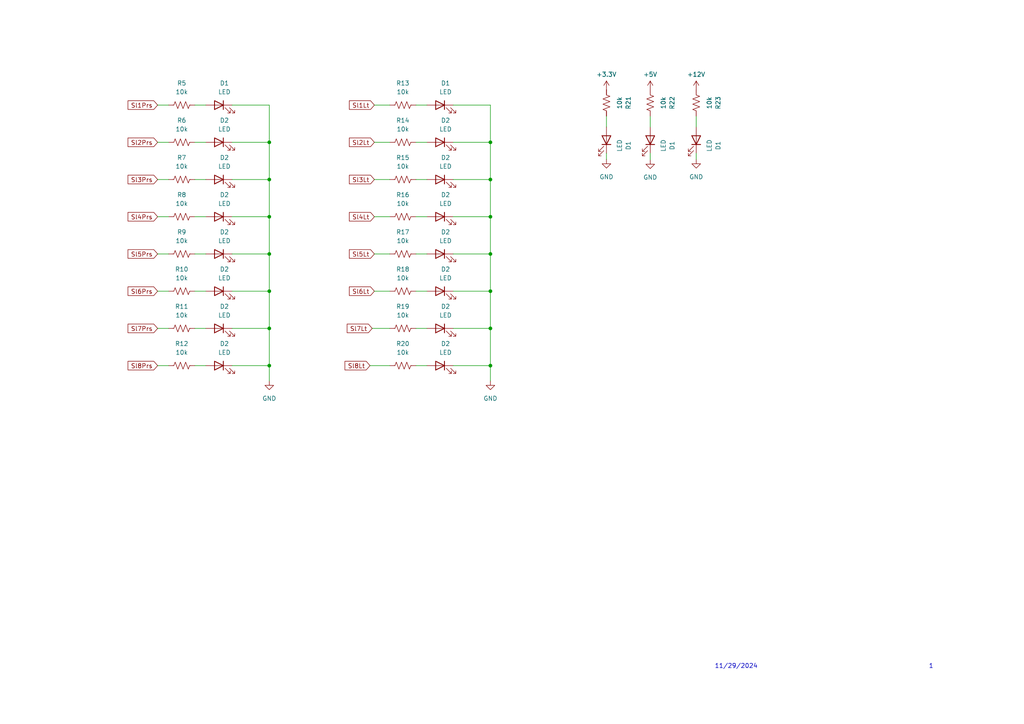
<source format=kicad_sch>
(kicad_sch (version 20230121) (generator eeschema)

  (uuid bec0cff2-031f-4518-b55a-2e22b6ca6124)

  (paper "A4")

  (lib_symbols
    (symbol "Device:LED" (pin_numbers hide) (pin_names (offset 1.016) hide) (in_bom yes) (on_board yes)
      (property "Reference" "D" (at 0 2.54 0)
        (effects (font (size 1.27 1.27)))
      )
      (property "Value" "LED" (at 0 -2.54 0)
        (effects (font (size 1.27 1.27)))
      )
      (property "Footprint" "" (at 0 0 0)
        (effects (font (size 1.27 1.27)) hide)
      )
      (property "Datasheet" "~" (at 0 0 0)
        (effects (font (size 1.27 1.27)) hide)
      )
      (property "ki_keywords" "LED diode" (at 0 0 0)
        (effects (font (size 1.27 1.27)) hide)
      )
      (property "ki_description" "Light emitting diode" (at 0 0 0)
        (effects (font (size 1.27 1.27)) hide)
      )
      (property "ki_fp_filters" "LED* LED_SMD:* LED_THT:*" (at 0 0 0)
        (effects (font (size 1.27 1.27)) hide)
      )
      (symbol "LED_0_1"
        (polyline
          (pts
            (xy -1.27 -1.27)
            (xy -1.27 1.27)
          )
          (stroke (width 0.254) (type default))
          (fill (type none))
        )
        (polyline
          (pts
            (xy -1.27 0)
            (xy 1.27 0)
          )
          (stroke (width 0) (type default))
          (fill (type none))
        )
        (polyline
          (pts
            (xy 1.27 -1.27)
            (xy 1.27 1.27)
            (xy -1.27 0)
            (xy 1.27 -1.27)
          )
          (stroke (width 0.254) (type default))
          (fill (type none))
        )
        (polyline
          (pts
            (xy -3.048 -0.762)
            (xy -4.572 -2.286)
            (xy -3.81 -2.286)
            (xy -4.572 -2.286)
            (xy -4.572 -1.524)
          )
          (stroke (width 0) (type default))
          (fill (type none))
        )
        (polyline
          (pts
            (xy -1.778 -0.762)
            (xy -3.302 -2.286)
            (xy -2.54 -2.286)
            (xy -3.302 -2.286)
            (xy -3.302 -1.524)
          )
          (stroke (width 0) (type default))
          (fill (type none))
        )
      )
      (symbol "LED_1_1"
        (pin passive line (at -3.81 0 0) (length 2.54)
          (name "K" (effects (font (size 1.27 1.27))))
          (number "1" (effects (font (size 1.27 1.27))))
        )
        (pin passive line (at 3.81 0 180) (length 2.54)
          (name "A" (effects (font (size 1.27 1.27))))
          (number "2" (effects (font (size 1.27 1.27))))
        )
      )
    )
    (symbol "Device:R_US" (pin_numbers hide) (pin_names (offset 0)) (in_bom yes) (on_board yes)
      (property "Reference" "R" (at 2.54 0 90)
        (effects (font (size 1.27 1.27)))
      )
      (property "Value" "R_US" (at -2.54 0 90)
        (effects (font (size 1.27 1.27)))
      )
      (property "Footprint" "" (at 1.016 -0.254 90)
        (effects (font (size 1.27 1.27)) hide)
      )
      (property "Datasheet" "~" (at 0 0 0)
        (effects (font (size 1.27 1.27)) hide)
      )
      (property "ki_keywords" "R res resistor" (at 0 0 0)
        (effects (font (size 1.27 1.27)) hide)
      )
      (property "ki_description" "Resistor, US symbol" (at 0 0 0)
        (effects (font (size 1.27 1.27)) hide)
      )
      (property "ki_fp_filters" "R_*" (at 0 0 0)
        (effects (font (size 1.27 1.27)) hide)
      )
      (symbol "R_US_0_1"
        (polyline
          (pts
            (xy 0 -2.286)
            (xy 0 -2.54)
          )
          (stroke (width 0) (type default))
          (fill (type none))
        )
        (polyline
          (pts
            (xy 0 2.286)
            (xy 0 2.54)
          )
          (stroke (width 0) (type default))
          (fill (type none))
        )
        (polyline
          (pts
            (xy 0 -0.762)
            (xy 1.016 -1.143)
            (xy 0 -1.524)
            (xy -1.016 -1.905)
            (xy 0 -2.286)
          )
          (stroke (width 0) (type default))
          (fill (type none))
        )
        (polyline
          (pts
            (xy 0 0.762)
            (xy 1.016 0.381)
            (xy 0 0)
            (xy -1.016 -0.381)
            (xy 0 -0.762)
          )
          (stroke (width 0) (type default))
          (fill (type none))
        )
        (polyline
          (pts
            (xy 0 2.286)
            (xy 1.016 1.905)
            (xy 0 1.524)
            (xy -1.016 1.143)
            (xy 0 0.762)
          )
          (stroke (width 0) (type default))
          (fill (type none))
        )
      )
      (symbol "R_US_1_1"
        (pin passive line (at 0 3.81 270) (length 1.27)
          (name "~" (effects (font (size 1.27 1.27))))
          (number "1" (effects (font (size 1.27 1.27))))
        )
        (pin passive line (at 0 -3.81 90) (length 1.27)
          (name "~" (effects (font (size 1.27 1.27))))
          (number "2" (effects (font (size 1.27 1.27))))
        )
      )
    )
    (symbol "power:+12V" (power) (pin_names (offset 0)) (in_bom yes) (on_board yes)
      (property "Reference" "#PWR" (at 0 -3.81 0)
        (effects (font (size 1.27 1.27)) hide)
      )
      (property "Value" "+12V" (at 0 3.556 0)
        (effects (font (size 1.27 1.27)))
      )
      (property "Footprint" "" (at 0 0 0)
        (effects (font (size 1.27 1.27)) hide)
      )
      (property "Datasheet" "" (at 0 0 0)
        (effects (font (size 1.27 1.27)) hide)
      )
      (property "ki_keywords" "global power" (at 0 0 0)
        (effects (font (size 1.27 1.27)) hide)
      )
      (property "ki_description" "Power symbol creates a global label with name \"+12V\"" (at 0 0 0)
        (effects (font (size 1.27 1.27)) hide)
      )
      (symbol "+12V_0_1"
        (polyline
          (pts
            (xy -0.762 1.27)
            (xy 0 2.54)
          )
          (stroke (width 0) (type default))
          (fill (type none))
        )
        (polyline
          (pts
            (xy 0 0)
            (xy 0 2.54)
          )
          (stroke (width 0) (type default))
          (fill (type none))
        )
        (polyline
          (pts
            (xy 0 2.54)
            (xy 0.762 1.27)
          )
          (stroke (width 0) (type default))
          (fill (type none))
        )
      )
      (symbol "+12V_1_1"
        (pin power_in line (at 0 0 90) (length 0) hide
          (name "+12V" (effects (font (size 1.27 1.27))))
          (number "1" (effects (font (size 1.27 1.27))))
        )
      )
    )
    (symbol "power:+3.3V" (power) (pin_names (offset 0)) (in_bom yes) (on_board yes)
      (property "Reference" "#PWR" (at 0 -3.81 0)
        (effects (font (size 1.27 1.27)) hide)
      )
      (property "Value" "+3.3V" (at 0 3.556 0)
        (effects (font (size 1.27 1.27)))
      )
      (property "Footprint" "" (at 0 0 0)
        (effects (font (size 1.27 1.27)) hide)
      )
      (property "Datasheet" "" (at 0 0 0)
        (effects (font (size 1.27 1.27)) hide)
      )
      (property "ki_keywords" "global power" (at 0 0 0)
        (effects (font (size 1.27 1.27)) hide)
      )
      (property "ki_description" "Power symbol creates a global label with name \"+3.3V\"" (at 0 0 0)
        (effects (font (size 1.27 1.27)) hide)
      )
      (symbol "+3.3V_0_1"
        (polyline
          (pts
            (xy -0.762 1.27)
            (xy 0 2.54)
          )
          (stroke (width 0) (type default))
          (fill (type none))
        )
        (polyline
          (pts
            (xy 0 0)
            (xy 0 2.54)
          )
          (stroke (width 0) (type default))
          (fill (type none))
        )
        (polyline
          (pts
            (xy 0 2.54)
            (xy 0.762 1.27)
          )
          (stroke (width 0) (type default))
          (fill (type none))
        )
      )
      (symbol "+3.3V_1_1"
        (pin power_in line (at 0 0 90) (length 0) hide
          (name "+3.3V" (effects (font (size 1.27 1.27))))
          (number "1" (effects (font (size 1.27 1.27))))
        )
      )
    )
    (symbol "power:+5V" (power) (pin_names (offset 0)) (in_bom yes) (on_board yes)
      (property "Reference" "#PWR" (at 0 -3.81 0)
        (effects (font (size 1.27 1.27)) hide)
      )
      (property "Value" "+5V" (at 0 3.556 0)
        (effects (font (size 1.27 1.27)))
      )
      (property "Footprint" "" (at 0 0 0)
        (effects (font (size 1.27 1.27)) hide)
      )
      (property "Datasheet" "" (at 0 0 0)
        (effects (font (size 1.27 1.27)) hide)
      )
      (property "ki_keywords" "global power" (at 0 0 0)
        (effects (font (size 1.27 1.27)) hide)
      )
      (property "ki_description" "Power symbol creates a global label with name \"+5V\"" (at 0 0 0)
        (effects (font (size 1.27 1.27)) hide)
      )
      (symbol "+5V_0_1"
        (polyline
          (pts
            (xy -0.762 1.27)
            (xy 0 2.54)
          )
          (stroke (width 0) (type default))
          (fill (type none))
        )
        (polyline
          (pts
            (xy 0 0)
            (xy 0 2.54)
          )
          (stroke (width 0) (type default))
          (fill (type none))
        )
        (polyline
          (pts
            (xy 0 2.54)
            (xy 0.762 1.27)
          )
          (stroke (width 0) (type default))
          (fill (type none))
        )
      )
      (symbol "+5V_1_1"
        (pin power_in line (at 0 0 90) (length 0) hide
          (name "+5V" (effects (font (size 1.27 1.27))))
          (number "1" (effects (font (size 1.27 1.27))))
        )
      )
    )
    (symbol "power:GND" (power) (pin_names (offset 0)) (in_bom yes) (on_board yes)
      (property "Reference" "#PWR" (at 0 -6.35 0)
        (effects (font (size 1.27 1.27)) hide)
      )
      (property "Value" "GND" (at 0 -3.81 0)
        (effects (font (size 1.27 1.27)))
      )
      (property "Footprint" "" (at 0 0 0)
        (effects (font (size 1.27 1.27)) hide)
      )
      (property "Datasheet" "" (at 0 0 0)
        (effects (font (size 1.27 1.27)) hide)
      )
      (property "ki_keywords" "global power" (at 0 0 0)
        (effects (font (size 1.27 1.27)) hide)
      )
      (property "ki_description" "Power symbol creates a global label with name \"GND\" , ground" (at 0 0 0)
        (effects (font (size 1.27 1.27)) hide)
      )
      (symbol "GND_0_1"
        (polyline
          (pts
            (xy 0 0)
            (xy 0 -1.27)
            (xy 1.27 -1.27)
            (xy 0 -2.54)
            (xy -1.27 -1.27)
            (xy 0 -1.27)
          )
          (stroke (width 0) (type default))
          (fill (type none))
        )
      )
      (symbol "GND_1_1"
        (pin power_in line (at 0 0 270) (length 0) hide
          (name "GND" (effects (font (size 1.27 1.27))))
          (number "1" (effects (font (size 1.27 1.27))))
        )
      )
    )
  )

  (junction (at 142.24 62.865) (diameter 0) (color 0 0 0 0)
    (uuid 08ae7f11-ae18-4d6f-aa65-8462da611f7a)
  )
  (junction (at 142.24 84.455) (diameter 0) (color 0 0 0 0)
    (uuid 1aa6404b-4656-441e-ac96-555f956723b8)
  )
  (junction (at 142.24 41.275) (diameter 0) (color 0 0 0 0)
    (uuid 1c392ba4-24ee-47a2-8315-5351f406930a)
  )
  (junction (at 78.105 73.66) (diameter 0) (color 0 0 0 0)
    (uuid 36fbe118-08af-4161-a3e5-dc49f455befe)
  )
  (junction (at 78.105 41.275) (diameter 0) (color 0 0 0 0)
    (uuid 409bac9e-c2d8-4466-85f8-15b4091c44a1)
  )
  (junction (at 78.105 62.865) (diameter 0) (color 0 0 0 0)
    (uuid 5666ec27-a8cb-4a19-b805-796377205ff6)
  )
  (junction (at 78.105 106.045) (diameter 0) (color 0 0 0 0)
    (uuid 64e0e5a2-0cff-4129-be58-85f3afe67167)
  )
  (junction (at 78.105 84.455) (diameter 0) (color 0 0 0 0)
    (uuid 717bbfab-38ca-42b2-b4d3-d458965b358e)
  )
  (junction (at 142.24 95.25) (diameter 0) (color 0 0 0 0)
    (uuid 790c6acc-f85d-4097-a936-733ef500cae2)
  )
  (junction (at 142.24 73.66) (diameter 0) (color 0 0 0 0)
    (uuid 9809141b-4598-4a79-9305-8663752795b3)
  )
  (junction (at 78.105 52.07) (diameter 0) (color 0 0 0 0)
    (uuid ab2b6275-f10f-4152-b3b6-2177ffb2e242)
  )
  (junction (at 142.24 52.07) (diameter 0) (color 0 0 0 0)
    (uuid bc455b91-ec03-413c-b8c1-d3ca9f10c58c)
  )
  (junction (at 78.105 95.25) (diameter 0) (color 0 0 0 0)
    (uuid bd712aff-1810-41bd-bf2a-0af9200596bb)
  )
  (junction (at 142.24 106.045) (diameter 0) (color 0 0 0 0)
    (uuid f62f8aed-5bf9-4a17-907f-43f6ca0afc36)
  )

  (wire (pts (xy 45.72 30.48) (xy 48.895 30.48))
    (stroke (width 0) (type default))
    (uuid 0097d231-5495-4e99-81b9-50088fcf27e2)
  )
  (wire (pts (xy 142.24 41.275) (xy 142.24 52.07))
    (stroke (width 0) (type default))
    (uuid 07ae2988-8b1f-459c-b809-6eb70f8e3ea7)
  )
  (wire (pts (xy 56.515 106.045) (xy 59.69 106.045))
    (stroke (width 0) (type default))
    (uuid 0b163f11-ed45-4d9a-acde-4da46d693a8a)
  )
  (wire (pts (xy 175.895 46.228) (xy 175.895 44.45))
    (stroke (width 0) (type default))
    (uuid 0da7a7f0-43fb-4344-86a4-7b7c3dfc159f)
  )
  (wire (pts (xy 56.515 73.66) (xy 59.69 73.66))
    (stroke (width 0) (type default))
    (uuid 0e7e66c2-f37e-4cb5-a594-fe234ef0fbe4)
  )
  (wire (pts (xy 120.65 73.66) (xy 123.825 73.66))
    (stroke (width 0) (type default))
    (uuid 124335e1-8504-4a33-9a57-f01bbceb60b7)
  )
  (wire (pts (xy 131.445 52.07) (xy 142.24 52.07))
    (stroke (width 0) (type default))
    (uuid 14c24e18-fade-42aa-9df9-575a3a9dfe21)
  )
  (wire (pts (xy 142.24 84.455) (xy 142.24 95.25))
    (stroke (width 0) (type default))
    (uuid 183c2e3d-0c00-49a0-bb62-5f177fef2e57)
  )
  (wire (pts (xy 108.585 84.455) (xy 113.03 84.455))
    (stroke (width 0) (type default))
    (uuid 192b1bca-8dfa-4065-bb19-3b2690cc3dea)
  )
  (wire (pts (xy 108.585 73.66) (xy 113.03 73.66))
    (stroke (width 0) (type default))
    (uuid 2632ddb7-3bae-40b0-94ac-0c4fc45010ec)
  )
  (wire (pts (xy 67.31 52.07) (xy 78.105 52.07))
    (stroke (width 0) (type default))
    (uuid 2686d484-988e-4d0c-b3a0-b03528766d78)
  )
  (wire (pts (xy 78.105 84.455) (xy 78.105 95.25))
    (stroke (width 0) (type default))
    (uuid 2bb3025b-7b30-4540-a6ac-f736fa49ad62)
  )
  (wire (pts (xy 131.445 30.48) (xy 142.24 30.48))
    (stroke (width 0) (type default))
    (uuid 2cc17c2c-514a-4db8-827e-ca5d979a31bb)
  )
  (wire (pts (xy 56.515 95.25) (xy 59.69 95.25))
    (stroke (width 0) (type default))
    (uuid 2f6bbe9f-5faf-4de3-85eb-3ab6e2ff1b6f)
  )
  (wire (pts (xy 45.72 106.045) (xy 48.895 106.045))
    (stroke (width 0) (type default))
    (uuid 306d5dbd-b4ad-484f-9faa-833e1f5c61eb)
  )
  (wire (pts (xy 120.65 62.865) (xy 123.825 62.865))
    (stroke (width 0) (type default))
    (uuid 3395b773-8f9e-4bfd-8e22-66848d00e6b0)
  )
  (wire (pts (xy 108.585 62.865) (xy 113.03 62.865))
    (stroke (width 0) (type default))
    (uuid 342b2420-00c4-4d11-9726-f987a3c6a768)
  )
  (wire (pts (xy 108.585 30.48) (xy 113.03 30.48))
    (stroke (width 0) (type default))
    (uuid 38439ef3-6569-4000-9bed-802e2f520a77)
  )
  (wire (pts (xy 131.445 73.66) (xy 142.24 73.66))
    (stroke (width 0) (type default))
    (uuid 39a1067e-1828-4389-9ce5-c758917de394)
  )
  (wire (pts (xy 142.24 30.48) (xy 142.24 41.275))
    (stroke (width 0) (type default))
    (uuid 3a354c92-5d53-4cec-8c07-572a249bcebe)
  )
  (wire (pts (xy 45.72 52.07) (xy 48.895 52.07))
    (stroke (width 0) (type default))
    (uuid 3b922fd1-4ead-4da7-9fc7-dc1efcfc122a)
  )
  (wire (pts (xy 67.31 106.045) (xy 78.105 106.045))
    (stroke (width 0) (type default))
    (uuid 40b448ad-0ec1-4fd2-9c54-5c89f339c34b)
  )
  (wire (pts (xy 120.65 95.25) (xy 123.825 95.25))
    (stroke (width 0) (type default))
    (uuid 444342bc-a738-440f-95b5-439ec82015ed)
  )
  (wire (pts (xy 131.445 106.045) (xy 142.24 106.045))
    (stroke (width 0) (type default))
    (uuid 44b52412-0afd-4204-b59e-f648d2e131b6)
  )
  (wire (pts (xy 45.72 73.66) (xy 48.895 73.66))
    (stroke (width 0) (type default))
    (uuid 47d5041f-6e73-40c1-b0ba-8fe0afe1371a)
  )
  (wire (pts (xy 78.105 73.66) (xy 78.105 84.455))
    (stroke (width 0) (type default))
    (uuid 4ad6e1e9-23b2-4c56-9bb1-8402c73f8d24)
  )
  (wire (pts (xy 67.31 73.66) (xy 78.105 73.66))
    (stroke (width 0) (type default))
    (uuid 4c07033d-1f6c-4f43-97a2-49aa228c23d6)
  )
  (wire (pts (xy 120.65 41.275) (xy 123.825 41.275))
    (stroke (width 0) (type default))
    (uuid 4d7f28e6-d9b8-4c9f-89cb-06bba698a343)
  )
  (wire (pts (xy 45.72 62.865) (xy 48.895 62.865))
    (stroke (width 0) (type default))
    (uuid 4f25cefa-03c2-4d5f-baf2-eda2917bf2ae)
  )
  (wire (pts (xy 56.515 52.07) (xy 59.69 52.07))
    (stroke (width 0) (type default))
    (uuid 50e6ec9c-ebf3-4711-80bc-fafcf3cd4d3d)
  )
  (wire (pts (xy 120.65 84.455) (xy 123.825 84.455))
    (stroke (width 0) (type default))
    (uuid 51672c3a-53d5-4ff2-918a-fb8b89b0f65c)
  )
  (wire (pts (xy 120.65 30.48) (xy 123.825 30.48))
    (stroke (width 0) (type default))
    (uuid 53ea546a-78fc-4be2-a4d3-818493f1d91f)
  )
  (wire (pts (xy 78.105 52.07) (xy 78.105 62.865))
    (stroke (width 0) (type default))
    (uuid 5501a5ac-aeb8-4a90-99ab-652d74eab87c)
  )
  (wire (pts (xy 142.24 106.045) (xy 142.24 110.49))
    (stroke (width 0) (type default))
    (uuid 5e32b152-e65b-4214-93ca-f2539cdf47a0)
  )
  (wire (pts (xy 78.105 41.275) (xy 78.105 52.07))
    (stroke (width 0) (type default))
    (uuid 5e953a5a-5052-46d5-b51b-bfa134246806)
  )
  (wire (pts (xy 45.72 95.25) (xy 48.895 95.25))
    (stroke (width 0) (type default))
    (uuid 62196035-0730-48d9-8874-86f8c2a52b77)
  )
  (wire (pts (xy 67.31 84.455) (xy 78.105 84.455))
    (stroke (width 0) (type default))
    (uuid 642328b4-e410-4806-a330-87fe6c4493bb)
  )
  (wire (pts (xy 56.515 84.455) (xy 59.69 84.455))
    (stroke (width 0) (type default))
    (uuid 67234fd9-a056-415d-83e0-0efd3113984b)
  )
  (wire (pts (xy 45.72 41.275) (xy 48.895 41.275))
    (stroke (width 0) (type default))
    (uuid 7999f60d-863e-4ed9-96bc-2a5f7c84e20f)
  )
  (wire (pts (xy 108.585 41.275) (xy 113.03 41.275))
    (stroke (width 0) (type default))
    (uuid 7f168257-c049-47f2-8da9-bc8e911983f2)
  )
  (wire (pts (xy 107.315 106.045) (xy 113.03 106.045))
    (stroke (width 0) (type default))
    (uuid 83abb2bc-23e6-4737-9db5-71dd56aac574)
  )
  (wire (pts (xy 142.24 62.865) (xy 142.24 73.66))
    (stroke (width 0) (type default))
    (uuid 84da2cd7-0d7f-4bb3-a5b4-77d4cbbf4e7a)
  )
  (wire (pts (xy 45.72 84.455) (xy 48.895 84.455))
    (stroke (width 0) (type default))
    (uuid 8d97f46d-eb05-42b2-aee6-ee98d9637a83)
  )
  (wire (pts (xy 78.105 30.48) (xy 78.105 41.275))
    (stroke (width 0) (type default))
    (uuid 8ff3e029-3118-43c1-a8c1-a0bfe275eaf2)
  )
  (wire (pts (xy 142.24 95.25) (xy 142.24 106.045))
    (stroke (width 0) (type default))
    (uuid 9351bde6-7e22-464c-a536-47115753501f)
  )
  (wire (pts (xy 108.585 52.07) (xy 113.03 52.07))
    (stroke (width 0) (type default))
    (uuid 95698566-d07e-482e-b7ea-d0551be017e4)
  )
  (wire (pts (xy 142.24 73.66) (xy 142.24 84.455))
    (stroke (width 0) (type default))
    (uuid 97059276-4fe9-4cfc-81f6-70ece476d7aa)
  )
  (wire (pts (xy 56.515 41.275) (xy 59.69 41.275))
    (stroke (width 0) (type default))
    (uuid 9ca907ef-e98e-4e92-9fc7-6bd68808572f)
  )
  (wire (pts (xy 131.445 95.25) (xy 142.24 95.25))
    (stroke (width 0) (type default))
    (uuid a1e71c99-4138-40cb-8703-5a488750a95b)
  )
  (wire (pts (xy 56.515 30.48) (xy 59.69 30.48))
    (stroke (width 0) (type default))
    (uuid acb2c12c-9c6e-4471-a7dd-ead192166d9d)
  )
  (wire (pts (xy 107.95 95.25) (xy 113.03 95.25))
    (stroke (width 0) (type default))
    (uuid ae2cebad-09cf-4cd7-8c5d-beea0d268178)
  )
  (wire (pts (xy 78.105 62.865) (xy 78.105 73.66))
    (stroke (width 0) (type default))
    (uuid b3be98c1-ad5d-4f9a-9f18-2c0ee904feff)
  )
  (wire (pts (xy 131.445 84.455) (xy 142.24 84.455))
    (stroke (width 0) (type default))
    (uuid b785a7bc-b7b6-4258-96f7-039a399a5654)
  )
  (wire (pts (xy 78.105 106.045) (xy 78.105 110.49))
    (stroke (width 0) (type default))
    (uuid b7b1e561-4972-4a92-9a23-a5e96ef2e876)
  )
  (wire (pts (xy 67.31 62.865) (xy 78.105 62.865))
    (stroke (width 0) (type default))
    (uuid c311f9a5-320a-4598-a46d-ff2d506c1725)
  )
  (wire (pts (xy 56.515 62.865) (xy 59.69 62.865))
    (stroke (width 0) (type default))
    (uuid c56b715c-1594-413b-80c8-35c1c2f06693)
  )
  (wire (pts (xy 120.65 106.045) (xy 123.825 106.045))
    (stroke (width 0) (type default))
    (uuid ca086dc8-e78a-430f-9354-f574e70c5fa5)
  )
  (wire (pts (xy 131.445 62.865) (xy 142.24 62.865))
    (stroke (width 0) (type default))
    (uuid ca6083d2-b709-47ac-ac7e-fbf31a8ca402)
  )
  (wire (pts (xy 120.65 52.07) (xy 123.825 52.07))
    (stroke (width 0) (type default))
    (uuid cafb0b85-3689-4bfe-a596-7a138ba4abd6)
  )
  (wire (pts (xy 67.31 41.275) (xy 78.105 41.275))
    (stroke (width 0) (type default))
    (uuid cf5bfdaf-2fd4-4cc4-aec0-1b540b9bd34b)
  )
  (wire (pts (xy 188.595 33.655) (xy 188.595 36.83))
    (stroke (width 0) (type default))
    (uuid d1380647-5aac-4bd7-b2f7-65d946c02dc6)
  )
  (wire (pts (xy 142.24 52.07) (xy 142.24 62.865))
    (stroke (width 0) (type default))
    (uuid d53ab84e-ac72-41b0-b013-83a1ef9db881)
  )
  (wire (pts (xy 188.595 44.45) (xy 188.595 46.355))
    (stroke (width 0) (type default))
    (uuid dac55854-5498-4aae-9467-687f87cab325)
  )
  (wire (pts (xy 131.445 41.275) (xy 142.24 41.275))
    (stroke (width 0) (type default))
    (uuid dc005fa7-5bfd-41f1-81c6-6c89ef198cad)
  )
  (wire (pts (xy 201.93 46.228) (xy 201.93 44.45))
    (stroke (width 0) (type default))
    (uuid edcdc2a3-04c0-48d2-b298-ca69e78aace6)
  )
  (wire (pts (xy 67.31 95.25) (xy 78.105 95.25))
    (stroke (width 0) (type default))
    (uuid f64d341c-39a2-42ae-8ddd-ca26afaac865)
  )
  (wire (pts (xy 67.31 30.48) (xy 78.105 30.48))
    (stroke (width 0) (type default))
    (uuid f65a3977-03de-41b7-933e-df8018abe955)
  )
  (wire (pts (xy 78.105 95.25) (xy 78.105 106.045))
    (stroke (width 0) (type default))
    (uuid f746a9a3-0410-452e-9cff-1619a1c91fad)
  )
  (wire (pts (xy 201.93 33.655) (xy 201.93 36.83))
    (stroke (width 0) (type default))
    (uuid f917323d-6093-4bd8-87a4-f253d853f3f7)
  )
  (wire (pts (xy 175.895 33.655) (xy 175.895 36.83))
    (stroke (width 0) (type default))
    (uuid fda4e66a-f501-49d7-aa3a-43baa9ebcf56)
  )

  (text "1" (at 269.367 194.056 0)
    (effects (font (size 1.27 1.27)) (justify left bottom))
    (uuid 846739a4-e331-4318-9fa8-e287d6251070)
  )
  (text "11/29/2024\n" (at 207.264 194.056 0)
    (effects (font (size 1.27 1.27)) (justify left bottom))
    (uuid 9b0591a6-ab9b-47e8-9265-eb5808467812)
  )

  (global_label "Sl6Lt" (shape input) (at 108.585 84.455 180) (fields_autoplaced)
    (effects (font (size 1.27 1.27)) (justify right))
    (uuid 16c66065-5661-4d5a-a670-ff052e855cf5)
    (property "Intersheetrefs" "${INTERSHEET_REFS}" (at 100.7618 84.455 0)
      (effects (font (size 1.27 1.27)) (justify right) hide)
    )
  )
  (global_label "Sl7Lt" (shape input) (at 107.95 95.25 180) (fields_autoplaced)
    (effects (font (size 1.27 1.27)) (justify right))
    (uuid 2940948c-4b3f-4389-a315-d7008051a284)
    (property "Intersheetrefs" "${INTERSHEET_REFS}" (at 100.1268 95.25 0)
      (effects (font (size 1.27 1.27)) (justify right) hide)
    )
  )
  (global_label "Sl4Lt" (shape input) (at 108.585 62.865 180) (fields_autoplaced)
    (effects (font (size 1.27 1.27)) (justify right))
    (uuid 32cac410-d07c-4417-8361-ddcdfa198244)
    (property "Intersheetrefs" "${INTERSHEET_REFS}" (at 100.7618 62.865 0)
      (effects (font (size 1.27 1.27)) (justify right) hide)
    )
  )
  (global_label "Sl1Prs" (shape input) (at 45.72 30.48 180) (fields_autoplaced)
    (effects (font (size 1.27 1.27)) (justify right))
    (uuid 3d175997-34c4-4f79-8135-2b1087edfa51)
    (property "Intersheetrefs" "${INTERSHEET_REFS}" (at 36.5663 30.48 0)
      (effects (font (size 1.27 1.27)) (justify right) hide)
    )
  )
  (global_label "Sl8Prs" (shape input) (at 45.72 106.045 180) (fields_autoplaced)
    (effects (font (size 1.27 1.27)) (justify right))
    (uuid 4d8cfa5d-6e1b-431e-8885-93ab04dab703)
    (property "Intersheetrefs" "${INTERSHEET_REFS}" (at 36.5663 106.045 0)
      (effects (font (size 1.27 1.27)) (justify right) hide)
    )
  )
  (global_label "Sl7Prs" (shape input) (at 45.72 95.25 180) (fields_autoplaced)
    (effects (font (size 1.27 1.27)) (justify right))
    (uuid 56888afd-a453-4963-8331-29e4520a2205)
    (property "Intersheetrefs" "${INTERSHEET_REFS}" (at 36.5663 95.25 0)
      (effects (font (size 1.27 1.27)) (justify right) hide)
    )
  )
  (global_label "Sl3Lt" (shape input) (at 108.585 52.07 180) (fields_autoplaced)
    (effects (font (size 1.27 1.27)) (justify right))
    (uuid 57461f7a-ca9c-4e16-b3ee-8b2ad54a9663)
    (property "Intersheetrefs" "${INTERSHEET_REFS}" (at 100.7618 52.07 0)
      (effects (font (size 1.27 1.27)) (justify right) hide)
    )
  )
  (global_label "Sl5Lt" (shape input) (at 108.585 73.66 180) (fields_autoplaced)
    (effects (font (size 1.27 1.27)) (justify right))
    (uuid 623395eb-1ff8-4df9-acaf-6e5827f0a760)
    (property "Intersheetrefs" "${INTERSHEET_REFS}" (at 100.7618 73.66 0)
      (effects (font (size 1.27 1.27)) (justify right) hide)
    )
  )
  (global_label "Sl3Prs" (shape input) (at 45.72 52.07 180) (fields_autoplaced)
    (effects (font (size 1.27 1.27)) (justify right))
    (uuid 6770e499-8229-49cd-8104-85a10fed566b)
    (property "Intersheetrefs" "${INTERSHEET_REFS}" (at 36.5663 52.07 0)
      (effects (font (size 1.27 1.27)) (justify right) hide)
    )
  )
  (global_label "Sl2Lt" (shape input) (at 108.585 41.275 180) (fields_autoplaced)
    (effects (font (size 1.27 1.27)) (justify right))
    (uuid ad18be72-4460-4466-bad0-111b92fab7cc)
    (property "Intersheetrefs" "${INTERSHEET_REFS}" (at 100.7618 41.275 0)
      (effects (font (size 1.27 1.27)) (justify right) hide)
    )
  )
  (global_label "Sl2Prs" (shape input) (at 45.72 41.275 180) (fields_autoplaced)
    (effects (font (size 1.27 1.27)) (justify right))
    (uuid b106004a-e0e2-4e18-964c-e8a901bd21ef)
    (property "Intersheetrefs" "${INTERSHEET_REFS}" (at 36.5663 41.275 0)
      (effects (font (size 1.27 1.27)) (justify right) hide)
    )
  )
  (global_label "Sl6Prs" (shape input) (at 45.72 84.455 180) (fields_autoplaced)
    (effects (font (size 1.27 1.27)) (justify right))
    (uuid ba845dc3-c88a-4702-8ec6-757f505bcae6)
    (property "Intersheetrefs" "${INTERSHEET_REFS}" (at 36.5663 84.455 0)
      (effects (font (size 1.27 1.27)) (justify right) hide)
    )
  )
  (global_label "Sl5Prs" (shape input) (at 45.72 73.66 180) (fields_autoplaced)
    (effects (font (size 1.27 1.27)) (justify right))
    (uuid cd1504e6-01dc-4d75-ae55-70b0b3a45217)
    (property "Intersheetrefs" "${INTERSHEET_REFS}" (at 36.5663 73.66 0)
      (effects (font (size 1.27 1.27)) (justify right) hide)
    )
  )
  (global_label "Sl4Prs" (shape input) (at 45.72 62.865 180) (fields_autoplaced)
    (effects (font (size 1.27 1.27)) (justify right))
    (uuid db43a67b-3f76-4742-82ac-2aca94838711)
    (property "Intersheetrefs" "${INTERSHEET_REFS}" (at 36.5663 62.865 0)
      (effects (font (size 1.27 1.27)) (justify right) hide)
    )
  )
  (global_label "Sl1Lt" (shape input) (at 108.585 30.48 180) (fields_autoplaced)
    (effects (font (size 1.27 1.27)) (justify right))
    (uuid de169c8d-b769-471f-88cd-0b2e566b37dc)
    (property "Intersheetrefs" "${INTERSHEET_REFS}" (at 100.7618 30.48 0)
      (effects (font (size 1.27 1.27)) (justify right) hide)
    )
  )
  (global_label "Sl8Lt" (shape input) (at 107.315 106.045 180) (fields_autoplaced)
    (effects (font (size 1.27 1.27)) (justify right))
    (uuid e8f1f590-a5c4-42bb-951d-bc3e6cc9a3a3)
    (property "Intersheetrefs" "${INTERSHEET_REFS}" (at 99.4918 106.045 0)
      (effects (font (size 1.27 1.27)) (justify right) hide)
    )
  )

  (symbol (lib_id "Device:LED") (at 188.595 40.64 270) (mirror x) (unit 1)
    (in_bom yes) (on_board yes) (dnp no) (fields_autoplaced)
    (uuid 00256e6c-d242-487e-b470-7de6da988a83)
    (property "Reference" "D1" (at 194.945 42.2275 0)
      (effects (font (size 1.27 1.27)))
    )
    (property "Value" "LED" (at 192.405 42.2275 0)
      (effects (font (size 1.27 1.27)))
    )
    (property "Footprint" "LED_THT:LED_D3.0mm" (at 188.595 40.64 0)
      (effects (font (size 1.27 1.27)) hide)
    )
    (property "Datasheet" "~" (at 188.595 40.64 0)
      (effects (font (size 1.27 1.27)) hide)
    )
    (pin "1" (uuid f9a6a5b8-c9b8-4950-be3d-a3f3c07ca763))
    (pin "2" (uuid 796fd2fa-429a-4c36-9cdd-3018494323e2))
    (instances
      (project "updated_LOAF"
        (path "/e63e39d7-6ac0-4ffd-8aa3-1841a4541b55"
          (reference "D1") (unit 1)
        )
        (path "/e63e39d7-6ac0-4ffd-8aa3-1841a4541b55/079136ea-ee83-4e6f-a9fe-a003b9e1af15"
          (reference "D18") (unit 1)
        )
      )
    )
  )

  (symbol (lib_id "Device:R_US") (at 52.705 95.25 90) (unit 1)
    (in_bom yes) (on_board yes) (dnp no) (fields_autoplaced)
    (uuid 0977c680-4a04-43e4-822e-7c3438252a87)
    (property "Reference" "R11" (at 52.705 88.9 90)
      (effects (font (size 1.27 1.27)))
    )
    (property "Value" "10k" (at 52.705 91.44 90)
      (effects (font (size 1.27 1.27)))
    )
    (property "Footprint" "Resistor_SMD:R_1206_3216Metric_Pad1.30x1.75mm_HandSolder" (at 52.959 94.234 90)
      (effects (font (size 1.27 1.27)) hide)
    )
    (property "Datasheet" "~" (at 52.705 95.25 0)
      (effects (font (size 1.27 1.27)) hide)
    )
    (pin "1" (uuid 7fb2f40f-c281-4ead-889d-9ed952f6000b))
    (pin "2" (uuid bcb9c531-2149-49ba-827f-7bcc09a0f096))
    (instances
      (project "updated_LOAF"
        (path "/e63e39d7-6ac0-4ffd-8aa3-1841a4541b55/079136ea-ee83-4e6f-a9fe-a003b9e1af15"
          (reference "R11") (unit 1)
        )
      )
    )
  )

  (symbol (lib_id "Device:LED") (at 63.5 30.48 0) (mirror y) (unit 1)
    (in_bom yes) (on_board yes) (dnp no) (fields_autoplaced)
    (uuid 09812472-0185-4d31-8e0b-6e3273f9aebc)
    (property "Reference" "D1" (at 65.0875 24.13 0)
      (effects (font (size 1.27 1.27)))
    )
    (property "Value" "LED" (at 65.0875 26.67 0)
      (effects (font (size 1.27 1.27)))
    )
    (property "Footprint" "LED_THT:LED_D3.0mm" (at 63.5 30.48 0)
      (effects (font (size 1.27 1.27)) hide)
    )
    (property "Datasheet" "~" (at 63.5 30.48 0)
      (effects (font (size 1.27 1.27)) hide)
    )
    (pin "1" (uuid 4ba1a6cd-fe82-45c8-b1a5-852a4137a601))
    (pin "2" (uuid 1dfb9506-f92e-4f08-b6c1-dc3244b404bb))
    (instances
      (project "updated_LOAF"
        (path "/e63e39d7-6ac0-4ffd-8aa3-1841a4541b55"
          (reference "D1") (unit 1)
        )
        (path "/e63e39d7-6ac0-4ffd-8aa3-1841a4541b55/079136ea-ee83-4e6f-a9fe-a003b9e1af15"
          (reference "D1") (unit 1)
        )
      )
    )
  )

  (symbol (lib_id "power:GND") (at 78.105 110.49 0) (unit 1)
    (in_bom yes) (on_board yes) (dnp no) (fields_autoplaced)
    (uuid 0b6eafc1-a6e3-46c1-8794-76b512c1b8fc)
    (property "Reference" "#PWR01" (at 78.105 116.84 0)
      (effects (font (size 1.27 1.27)) hide)
    )
    (property "Value" "GND" (at 78.105 115.57 0)
      (effects (font (size 1.27 1.27)))
    )
    (property "Footprint" "" (at 78.105 110.49 0)
      (effects (font (size 1.27 1.27)) hide)
    )
    (property "Datasheet" "" (at 78.105 110.49 0)
      (effects (font (size 1.27 1.27)) hide)
    )
    (pin "1" (uuid 15e01760-78cf-4e25-9e51-a3c03a5d4f50))
    (instances
      (project "updated_LOAF"
        (path "/e63e39d7-6ac0-4ffd-8aa3-1841a4541b55/079136ea-ee83-4e6f-a9fe-a003b9e1af15"
          (reference "#PWR01") (unit 1)
        )
      )
    )
  )

  (symbol (lib_id "power:GND") (at 142.24 110.49 0) (unit 1)
    (in_bom yes) (on_board yes) (dnp no) (fields_autoplaced)
    (uuid 112f249c-b54e-42fe-9713-923fca92d2bd)
    (property "Reference" "#PWR03" (at 142.24 116.84 0)
      (effects (font (size 1.27 1.27)) hide)
    )
    (property "Value" "GND" (at 142.24 115.57 0)
      (effects (font (size 1.27 1.27)))
    )
    (property "Footprint" "" (at 142.24 110.49 0)
      (effects (font (size 1.27 1.27)) hide)
    )
    (property "Datasheet" "" (at 142.24 110.49 0)
      (effects (font (size 1.27 1.27)) hide)
    )
    (pin "1" (uuid 0569934f-64dc-44cd-be6a-849e0ff5521d))
    (instances
      (project "updated_LOAF"
        (path "/e63e39d7-6ac0-4ffd-8aa3-1841a4541b55/079136ea-ee83-4e6f-a9fe-a003b9e1af15"
          (reference "#PWR03") (unit 1)
        )
      )
    )
  )

  (symbol (lib_id "Device:LED") (at 201.93 40.64 270) (mirror x) (unit 1)
    (in_bom yes) (on_board yes) (dnp no) (fields_autoplaced)
    (uuid 21f3d4bb-5f99-477c-b2b6-a1b3d4b15538)
    (property "Reference" "D1" (at 208.28 42.2275 0)
      (effects (font (size 1.27 1.27)))
    )
    (property "Value" "LED" (at 205.74 42.2275 0)
      (effects (font (size 1.27 1.27)))
    )
    (property "Footprint" "LED_THT:LED_D3.0mm" (at 201.93 40.64 0)
      (effects (font (size 1.27 1.27)) hide)
    )
    (property "Datasheet" "~" (at 201.93 40.64 0)
      (effects (font (size 1.27 1.27)) hide)
    )
    (pin "1" (uuid d85b84d5-8375-41d1-be4d-9747a556fe77))
    (pin "2" (uuid 9a718b81-0d52-405c-b050-d0792779f784))
    (instances
      (project "updated_LOAF"
        (path "/e63e39d7-6ac0-4ffd-8aa3-1841a4541b55"
          (reference "D1") (unit 1)
        )
        (path "/e63e39d7-6ac0-4ffd-8aa3-1841a4541b55/079136ea-ee83-4e6f-a9fe-a003b9e1af15"
          (reference "D19") (unit 1)
        )
      )
    )
  )

  (symbol (lib_id "Device:R_US") (at 175.895 29.845 0) (unit 1)
    (in_bom yes) (on_board yes) (dnp no) (fields_autoplaced)
    (uuid 225ed5fc-6dad-4e7c-a623-f31cc664ca4a)
    (property "Reference" "R21" (at 182.245 29.845 90)
      (effects (font (size 1.27 1.27)))
    )
    (property "Value" "10k" (at 179.705 29.845 90)
      (effects (font (size 1.27 1.27)))
    )
    (property "Footprint" "Resistor_SMD:R_1206_3216Metric_Pad1.30x1.75mm_HandSolder" (at 176.911 30.099 90)
      (effects (font (size 1.27 1.27)) hide)
    )
    (property "Datasheet" "~" (at 175.895 29.845 0)
      (effects (font (size 1.27 1.27)) hide)
    )
    (pin "1" (uuid 171cea66-97b9-4f8f-a505-8af0b0f67586))
    (pin "2" (uuid 3a3d6b2e-470a-4c27-a1a7-733c6c9dce20))
    (instances
      (project "updated_LOAF"
        (path "/e63e39d7-6ac0-4ffd-8aa3-1841a4541b55/079136ea-ee83-4e6f-a9fe-a003b9e1af15"
          (reference "R21") (unit 1)
        )
      )
    )
  )

  (symbol (lib_id "Device:LED") (at 127.635 73.66 0) (mirror y) (unit 1)
    (in_bom yes) (on_board yes) (dnp no) (fields_autoplaced)
    (uuid 27773f6a-3153-42d0-943e-f01dff2f329a)
    (property "Reference" "D2" (at 129.2225 67.31 0)
      (effects (font (size 1.27 1.27)))
    )
    (property "Value" "LED" (at 129.2225 69.85 0)
      (effects (font (size 1.27 1.27)))
    )
    (property "Footprint" "LED_THT:LED_D3.0mm" (at 127.635 73.66 0)
      (effects (font (size 1.27 1.27)) hide)
    )
    (property "Datasheet" "~" (at 127.635 73.66 0)
      (effects (font (size 1.27 1.27)) hide)
    )
    (pin "1" (uuid e0867167-e55f-45d4-bc8c-f768721cd526))
    (pin "2" (uuid 26f6b313-d695-4cc1-99df-86ee12124001))
    (instances
      (project "updated_LOAF"
        (path "/e63e39d7-6ac0-4ffd-8aa3-1841a4541b55"
          (reference "D2") (unit 1)
        )
        (path "/e63e39d7-6ac0-4ffd-8aa3-1841a4541b55/079136ea-ee83-4e6f-a9fe-a003b9e1af15"
          (reference "D13") (unit 1)
        )
      )
    )
  )

  (symbol (lib_id "Device:LED") (at 63.5 62.865 0) (mirror y) (unit 1)
    (in_bom yes) (on_board yes) (dnp no) (fields_autoplaced)
    (uuid 361833d9-6f35-40d3-a9b4-9edcda2ede86)
    (property "Reference" "D2" (at 65.0875 56.515 0)
      (effects (font (size 1.27 1.27)))
    )
    (property "Value" "LED" (at 65.0875 59.055 0)
      (effects (font (size 1.27 1.27)))
    )
    (property "Footprint" "LED_THT:LED_D3.0mm" (at 63.5 62.865 0)
      (effects (font (size 1.27 1.27)) hide)
    )
    (property "Datasheet" "~" (at 63.5 62.865 0)
      (effects (font (size 1.27 1.27)) hide)
    )
    (pin "1" (uuid 68273cdf-68be-4ef3-bdbf-3df17137b309))
    (pin "2" (uuid 8160e79b-4e90-4cd5-a303-dff9f7d55718))
    (instances
      (project "updated_LOAF"
        (path "/e63e39d7-6ac0-4ffd-8aa3-1841a4541b55"
          (reference "D2") (unit 1)
        )
        (path "/e63e39d7-6ac0-4ffd-8aa3-1841a4541b55/079136ea-ee83-4e6f-a9fe-a003b9e1af15"
          (reference "D4") (unit 1)
        )
      )
    )
  )

  (symbol (lib_id "Device:LED") (at 127.635 30.48 0) (mirror y) (unit 1)
    (in_bom yes) (on_board yes) (dnp no) (fields_autoplaced)
    (uuid 37c53f5a-dd12-4b4a-8e2a-fd1ac6e03ec2)
    (property "Reference" "D1" (at 129.2225 24.13 0)
      (effects (font (size 1.27 1.27)))
    )
    (property "Value" "LED" (at 129.2225 26.67 0)
      (effects (font (size 1.27 1.27)))
    )
    (property "Footprint" "LED_THT:LED_D3.0mm" (at 127.635 30.48 0)
      (effects (font (size 1.27 1.27)) hide)
    )
    (property "Datasheet" "~" (at 127.635 30.48 0)
      (effects (font (size 1.27 1.27)) hide)
    )
    (pin "1" (uuid 0d656979-8bf6-48a7-b0bb-6db362b03c86))
    (pin "2" (uuid ea21fa65-ac1e-4216-97ad-a47979537c2a))
    (instances
      (project "updated_LOAF"
        (path "/e63e39d7-6ac0-4ffd-8aa3-1841a4541b55"
          (reference "D1") (unit 1)
        )
        (path "/e63e39d7-6ac0-4ffd-8aa3-1841a4541b55/079136ea-ee83-4e6f-a9fe-a003b9e1af15"
          (reference "D9") (unit 1)
        )
      )
    )
  )

  (symbol (lib_id "power:+12V") (at 201.93 26.035 0) (unit 1)
    (in_bom yes) (on_board yes) (dnp no) (fields_autoplaced)
    (uuid 3ffe66db-2120-4b5d-8587-cc0d930554f3)
    (property "Reference" "#PWR04" (at 201.93 29.845 0)
      (effects (font (size 1.27 1.27)) hide)
    )
    (property "Value" "+12V" (at 201.93 21.59 0)
      (effects (font (size 1.27 1.27)))
    )
    (property "Footprint" "" (at 201.93 26.035 0)
      (effects (font (size 1.27 1.27)) hide)
    )
    (property "Datasheet" "" (at 201.93 26.035 0)
      (effects (font (size 1.27 1.27)) hide)
    )
    (pin "1" (uuid d95c373f-5a13-4539-bc69-14701b1d1399))
    (instances
      (project "updated_LOAF"
        (path "/e63e39d7-6ac0-4ffd-8aa3-1841a4541b55/079136ea-ee83-4e6f-a9fe-a003b9e1af15"
          (reference "#PWR04") (unit 1)
        )
      )
    )
  )

  (symbol (lib_id "power:GND") (at 201.93 46.228 0) (unit 1)
    (in_bom yes) (on_board yes) (dnp no) (fields_autoplaced)
    (uuid 42a54530-9df6-4938-8d2b-176050a28bb5)
    (property "Reference" "#PWR022" (at 201.93 52.578 0)
      (effects (font (size 1.27 1.27)) hide)
    )
    (property "Value" "GND" (at 201.93 51.308 0)
      (effects (font (size 1.27 1.27)))
    )
    (property "Footprint" "" (at 201.93 46.228 0)
      (effects (font (size 1.27 1.27)) hide)
    )
    (property "Datasheet" "" (at 201.93 46.228 0)
      (effects (font (size 1.27 1.27)) hide)
    )
    (pin "1" (uuid 37144810-f510-45e2-807c-b0f0ec3ffc41))
    (instances
      (project "updated_LOAF"
        (path "/e63e39d7-6ac0-4ffd-8aa3-1841a4541b55/079136ea-ee83-4e6f-a9fe-a003b9e1af15"
          (reference "#PWR022") (unit 1)
        )
      )
    )
  )

  (symbol (lib_id "Device:R_US") (at 201.93 29.845 0) (unit 1)
    (in_bom yes) (on_board yes) (dnp no) (fields_autoplaced)
    (uuid 4949e71b-5e83-4b3f-9012-a44eec574f3e)
    (property "Reference" "R23" (at 208.28 29.845 90)
      (effects (font (size 1.27 1.27)))
    )
    (property "Value" "10k" (at 205.74 29.845 90)
      (effects (font (size 1.27 1.27)))
    )
    (property "Footprint" "Resistor_SMD:R_1206_3216Metric_Pad1.30x1.75mm_HandSolder" (at 202.946 30.099 90)
      (effects (font (size 1.27 1.27)) hide)
    )
    (property "Datasheet" "~" (at 201.93 29.845 0)
      (effects (font (size 1.27 1.27)) hide)
    )
    (pin "1" (uuid 0eae0b2e-bae0-4068-b30a-d2199572bbe1))
    (pin "2" (uuid d5a8c89d-edf8-4946-b44d-938da7cb67b3))
    (instances
      (project "updated_LOAF"
        (path "/e63e39d7-6ac0-4ffd-8aa3-1841a4541b55/079136ea-ee83-4e6f-a9fe-a003b9e1af15"
          (reference "R23") (unit 1)
        )
      )
    )
  )

  (symbol (lib_id "Device:LED") (at 175.895 40.64 270) (mirror x) (unit 1)
    (in_bom yes) (on_board yes) (dnp no) (fields_autoplaced)
    (uuid 4a852e9c-f073-4aae-b0aa-e383d9e438cf)
    (property "Reference" "D1" (at 182.245 42.2275 0)
      (effects (font (size 1.27 1.27)))
    )
    (property "Value" "LED" (at 179.705 42.2275 0)
      (effects (font (size 1.27 1.27)))
    )
    (property "Footprint" "LED_THT:LED_D3.0mm" (at 175.895 40.64 0)
      (effects (font (size 1.27 1.27)) hide)
    )
    (property "Datasheet" "~" (at 175.895 40.64 0)
      (effects (font (size 1.27 1.27)) hide)
    )
    (pin "1" (uuid da3736bd-4ff9-4edd-b940-ac3abf7d9711))
    (pin "2" (uuid a28bd0e5-1ce4-4bde-baca-3bc340670d4d))
    (instances
      (project "updated_LOAF"
        (path "/e63e39d7-6ac0-4ffd-8aa3-1841a4541b55"
          (reference "D1") (unit 1)
        )
        (path "/e63e39d7-6ac0-4ffd-8aa3-1841a4541b55/079136ea-ee83-4e6f-a9fe-a003b9e1af15"
          (reference "D17") (unit 1)
        )
      )
    )
  )

  (symbol (lib_id "Device:R_US") (at 116.84 106.045 90) (unit 1)
    (in_bom yes) (on_board yes) (dnp no) (fields_autoplaced)
    (uuid 4ada5d4d-dae4-4bfa-a17d-5c48fb434e3a)
    (property "Reference" "R20" (at 116.84 99.695 90)
      (effects (font (size 1.27 1.27)))
    )
    (property "Value" "10k" (at 116.84 102.235 90)
      (effects (font (size 1.27 1.27)))
    )
    (property "Footprint" "Resistor_SMD:R_1206_3216Metric_Pad1.30x1.75mm_HandSolder" (at 117.094 105.029 90)
      (effects (font (size 1.27 1.27)) hide)
    )
    (property "Datasheet" "~" (at 116.84 106.045 0)
      (effects (font (size 1.27 1.27)) hide)
    )
    (pin "1" (uuid c63473e0-776e-4302-9b90-49dedac17356))
    (pin "2" (uuid 546397df-523a-496a-8a5c-17e1f923f3c7))
    (instances
      (project "updated_LOAF"
        (path "/e63e39d7-6ac0-4ffd-8aa3-1841a4541b55/079136ea-ee83-4e6f-a9fe-a003b9e1af15"
          (reference "R20") (unit 1)
        )
      )
    )
  )

  (symbol (lib_id "Device:R_US") (at 116.84 84.455 90) (unit 1)
    (in_bom yes) (on_board yes) (dnp no) (fields_autoplaced)
    (uuid 4d8a1e2f-00d0-4d12-b715-5b30668d03df)
    (property "Reference" "R18" (at 116.84 78.105 90)
      (effects (font (size 1.27 1.27)))
    )
    (property "Value" "10k" (at 116.84 80.645 90)
      (effects (font (size 1.27 1.27)))
    )
    (property "Footprint" "Resistor_SMD:R_1206_3216Metric_Pad1.30x1.75mm_HandSolder" (at 117.094 83.439 90)
      (effects (font (size 1.27 1.27)) hide)
    )
    (property "Datasheet" "~" (at 116.84 84.455 0)
      (effects (font (size 1.27 1.27)) hide)
    )
    (pin "1" (uuid 85c854b2-cab1-4059-a1a7-827a56afc327))
    (pin "2" (uuid 0e10139d-f313-4f69-88e4-9ac051ae5252))
    (instances
      (project "updated_LOAF"
        (path "/e63e39d7-6ac0-4ffd-8aa3-1841a4541b55/079136ea-ee83-4e6f-a9fe-a003b9e1af15"
          (reference "R18") (unit 1)
        )
      )
    )
  )

  (symbol (lib_id "Device:R_US") (at 116.84 52.07 90) (unit 1)
    (in_bom yes) (on_board yes) (dnp no) (fields_autoplaced)
    (uuid 50d5af8b-655d-42f6-97be-6ad714dfa39f)
    (property "Reference" "R15" (at 116.84 45.72 90)
      (effects (font (size 1.27 1.27)))
    )
    (property "Value" "10k" (at 116.84 48.26 90)
      (effects (font (size 1.27 1.27)))
    )
    (property "Footprint" "Resistor_SMD:R_1206_3216Metric_Pad1.30x1.75mm_HandSolder" (at 117.094 51.054 90)
      (effects (font (size 1.27 1.27)) hide)
    )
    (property "Datasheet" "~" (at 116.84 52.07 0)
      (effects (font (size 1.27 1.27)) hide)
    )
    (pin "1" (uuid b3f3332c-892e-4817-80b5-2280947eb202))
    (pin "2" (uuid 844b5cca-750f-42e1-a74d-55512dc31a3a))
    (instances
      (project "updated_LOAF"
        (path "/e63e39d7-6ac0-4ffd-8aa3-1841a4541b55/079136ea-ee83-4e6f-a9fe-a003b9e1af15"
          (reference "R15") (unit 1)
        )
      )
    )
  )

  (symbol (lib_id "Device:LED") (at 127.635 95.25 0) (mirror y) (unit 1)
    (in_bom yes) (on_board yes) (dnp no) (fields_autoplaced)
    (uuid 5edbda3f-eb31-4195-a547-9cec77844a68)
    (property "Reference" "D2" (at 129.2225 88.9 0)
      (effects (font (size 1.27 1.27)))
    )
    (property "Value" "LED" (at 129.2225 91.44 0)
      (effects (font (size 1.27 1.27)))
    )
    (property "Footprint" "LED_THT:LED_D3.0mm" (at 127.635 95.25 0)
      (effects (font (size 1.27 1.27)) hide)
    )
    (property "Datasheet" "~" (at 127.635 95.25 0)
      (effects (font (size 1.27 1.27)) hide)
    )
    (pin "1" (uuid f2131e35-110c-4210-9e77-de39d1cce69f))
    (pin "2" (uuid fc348b58-9b58-4e73-8944-ab30c307f103))
    (instances
      (project "updated_LOAF"
        (path "/e63e39d7-6ac0-4ffd-8aa3-1841a4541b55"
          (reference "D2") (unit 1)
        )
        (path "/e63e39d7-6ac0-4ffd-8aa3-1841a4541b55/079136ea-ee83-4e6f-a9fe-a003b9e1af15"
          (reference "D15") (unit 1)
        )
      )
    )
  )

  (symbol (lib_id "Device:R_US") (at 52.705 30.48 90) (unit 1)
    (in_bom yes) (on_board yes) (dnp no) (fields_autoplaced)
    (uuid 628cd3d8-bbd5-4d4d-b063-6b7a80d295f7)
    (property "Reference" "R5" (at 52.705 24.13 90)
      (effects (font (size 1.27 1.27)))
    )
    (property "Value" "10k" (at 52.705 26.67 90)
      (effects (font (size 1.27 1.27)))
    )
    (property "Footprint" "Resistor_SMD:R_1206_3216Metric_Pad1.30x1.75mm_HandSolder" (at 52.959 29.464 90)
      (effects (font (size 1.27 1.27)) hide)
    )
    (property "Datasheet" "~" (at 52.705 30.48 0)
      (effects (font (size 1.27 1.27)) hide)
    )
    (pin "1" (uuid e7064793-2e0d-446e-94e7-c1ed36ce3963))
    (pin "2" (uuid 0c70121a-c3f1-47fa-b9f2-8b3dfa6ac4fb))
    (instances
      (project "updated_LOAF"
        (path "/e63e39d7-6ac0-4ffd-8aa3-1841a4541b55/079136ea-ee83-4e6f-a9fe-a003b9e1af15"
          (reference "R5") (unit 1)
        )
      )
    )
  )

  (symbol (lib_id "Device:R_US") (at 52.705 106.045 90) (unit 1)
    (in_bom yes) (on_board yes) (dnp no) (fields_autoplaced)
    (uuid 65479b29-ed94-4f38-b665-37012cbd2510)
    (property "Reference" "R12" (at 52.705 99.695 90)
      (effects (font (size 1.27 1.27)))
    )
    (property "Value" "10k" (at 52.705 102.235 90)
      (effects (font (size 1.27 1.27)))
    )
    (property "Footprint" "Resistor_SMD:R_1206_3216Metric_Pad1.30x1.75mm_HandSolder" (at 52.959 105.029 90)
      (effects (font (size 1.27 1.27)) hide)
    )
    (property "Datasheet" "~" (at 52.705 106.045 0)
      (effects (font (size 1.27 1.27)) hide)
    )
    (pin "1" (uuid 3d1abc15-d276-49e5-9e90-aba249651d6b))
    (pin "2" (uuid 5fc66db6-640f-4a95-b6b4-188e41b7ca15))
    (instances
      (project "updated_LOAF"
        (path "/e63e39d7-6ac0-4ffd-8aa3-1841a4541b55/079136ea-ee83-4e6f-a9fe-a003b9e1af15"
          (reference "R12") (unit 1)
        )
      )
    )
  )

  (symbol (lib_id "Device:LED") (at 63.5 84.455 0) (mirror y) (unit 1)
    (in_bom yes) (on_board yes) (dnp no) (fields_autoplaced)
    (uuid 66fdb61b-fe66-4162-8577-00548c6543ad)
    (property "Reference" "D2" (at 65.0875 78.105 0)
      (effects (font (size 1.27 1.27)))
    )
    (property "Value" "LED" (at 65.0875 80.645 0)
      (effects (font (size 1.27 1.27)))
    )
    (property "Footprint" "LED_THT:LED_D3.0mm" (at 63.5 84.455 0)
      (effects (font (size 1.27 1.27)) hide)
    )
    (property "Datasheet" "~" (at 63.5 84.455 0)
      (effects (font (size 1.27 1.27)) hide)
    )
    (pin "1" (uuid 40e6dee4-886a-46b4-9ca7-3787c9b04207))
    (pin "2" (uuid b5d0ef68-c14d-4564-95f2-7ec1539857d7))
    (instances
      (project "updated_LOAF"
        (path "/e63e39d7-6ac0-4ffd-8aa3-1841a4541b55"
          (reference "D2") (unit 1)
        )
        (path "/e63e39d7-6ac0-4ffd-8aa3-1841a4541b55/079136ea-ee83-4e6f-a9fe-a003b9e1af15"
          (reference "D6") (unit 1)
        )
      )
    )
  )

  (symbol (lib_id "Device:LED") (at 127.635 41.275 0) (mirror y) (unit 1)
    (in_bom yes) (on_board yes) (dnp no) (fields_autoplaced)
    (uuid 677d6719-0df2-4c0e-a884-0815f3445d01)
    (property "Reference" "D2" (at 129.2225 34.925 0)
      (effects (font (size 1.27 1.27)))
    )
    (property "Value" "LED" (at 129.2225 37.465 0)
      (effects (font (size 1.27 1.27)))
    )
    (property "Footprint" "LED_THT:LED_D3.0mm" (at 127.635 41.275 0)
      (effects (font (size 1.27 1.27)) hide)
    )
    (property "Datasheet" "~" (at 127.635 41.275 0)
      (effects (font (size 1.27 1.27)) hide)
    )
    (pin "1" (uuid 47aa66e2-b1d2-4a21-a7fe-171649936856))
    (pin "2" (uuid b46d1cca-427a-4f4d-80d0-656ac32cdfb4))
    (instances
      (project "updated_LOAF"
        (path "/e63e39d7-6ac0-4ffd-8aa3-1841a4541b55"
          (reference "D2") (unit 1)
        )
        (path "/e63e39d7-6ac0-4ffd-8aa3-1841a4541b55/079136ea-ee83-4e6f-a9fe-a003b9e1af15"
          (reference "D10") (unit 1)
        )
      )
    )
  )

  (symbol (lib_id "Device:R_US") (at 52.705 73.66 90) (unit 1)
    (in_bom yes) (on_board yes) (dnp no) (fields_autoplaced)
    (uuid 6b8198e2-1263-4c2d-b15d-ad8c0ad12303)
    (property "Reference" "R9" (at 52.705 67.31 90)
      (effects (font (size 1.27 1.27)))
    )
    (property "Value" "10k" (at 52.705 69.85 90)
      (effects (font (size 1.27 1.27)))
    )
    (property "Footprint" "Resistor_SMD:R_1206_3216Metric_Pad1.30x1.75mm_HandSolder" (at 52.959 72.644 90)
      (effects (font (size 1.27 1.27)) hide)
    )
    (property "Datasheet" "~" (at 52.705 73.66 0)
      (effects (font (size 1.27 1.27)) hide)
    )
    (pin "1" (uuid ff463742-b40c-4123-9a4b-62b4dc01e428))
    (pin "2" (uuid b8913def-866f-4380-9bb1-297c93b5679f))
    (instances
      (project "updated_LOAF"
        (path "/e63e39d7-6ac0-4ffd-8aa3-1841a4541b55/079136ea-ee83-4e6f-a9fe-a003b9e1af15"
          (reference "R9") (unit 1)
        )
      )
    )
  )

  (symbol (lib_id "Device:LED") (at 63.5 106.045 0) (mirror y) (unit 1)
    (in_bom yes) (on_board yes) (dnp no) (fields_autoplaced)
    (uuid 6e79ae39-5dd9-4e80-89cb-de25fd0f5630)
    (property "Reference" "D2" (at 65.0875 99.695 0)
      (effects (font (size 1.27 1.27)))
    )
    (property "Value" "LED" (at 65.0875 102.235 0)
      (effects (font (size 1.27 1.27)))
    )
    (property "Footprint" "LED_THT:LED_D3.0mm" (at 63.5 106.045 0)
      (effects (font (size 1.27 1.27)) hide)
    )
    (property "Datasheet" "~" (at 63.5 106.045 0)
      (effects (font (size 1.27 1.27)) hide)
    )
    (pin "1" (uuid 5b7a86a9-383f-4804-a74a-505a3a588f1f))
    (pin "2" (uuid 3969a84c-f78b-4a54-9540-547d8e3a71bf))
    (instances
      (project "updated_LOAF"
        (path "/e63e39d7-6ac0-4ffd-8aa3-1841a4541b55"
          (reference "D2") (unit 1)
        )
        (path "/e63e39d7-6ac0-4ffd-8aa3-1841a4541b55/079136ea-ee83-4e6f-a9fe-a003b9e1af15"
          (reference "D8") (unit 1)
        )
      )
    )
  )

  (symbol (lib_id "Device:R_US") (at 52.705 52.07 90) (unit 1)
    (in_bom yes) (on_board yes) (dnp no) (fields_autoplaced)
    (uuid 7b46e16e-8738-4a12-9b54-35805cc6c47e)
    (property "Reference" "R7" (at 52.705 45.72 90)
      (effects (font (size 1.27 1.27)))
    )
    (property "Value" "10k" (at 52.705 48.26 90)
      (effects (font (size 1.27 1.27)))
    )
    (property "Footprint" "Resistor_SMD:R_1206_3216Metric_Pad1.30x1.75mm_HandSolder" (at 52.959 51.054 90)
      (effects (font (size 1.27 1.27)) hide)
    )
    (property "Datasheet" "~" (at 52.705 52.07 0)
      (effects (font (size 1.27 1.27)) hide)
    )
    (pin "1" (uuid 127f62c7-89e2-49b4-b57d-e231171889c8))
    (pin "2" (uuid 4a12ce6e-baf0-4a8b-86dc-60a96a47d31f))
    (instances
      (project "updated_LOAF"
        (path "/e63e39d7-6ac0-4ffd-8aa3-1841a4541b55/079136ea-ee83-4e6f-a9fe-a003b9e1af15"
          (reference "R7") (unit 1)
        )
      )
    )
  )

  (symbol (lib_id "Device:LED") (at 127.635 62.865 0) (mirror y) (unit 1)
    (in_bom yes) (on_board yes) (dnp no) (fields_autoplaced)
    (uuid 7bd1012a-2d84-479e-96d7-550058494ba8)
    (property "Reference" "D2" (at 129.2225 56.515 0)
      (effects (font (size 1.27 1.27)))
    )
    (property "Value" "LED" (at 129.2225 59.055 0)
      (effects (font (size 1.27 1.27)))
    )
    (property "Footprint" "LED_THT:LED_D3.0mm" (at 127.635 62.865 0)
      (effects (font (size 1.27 1.27)) hide)
    )
    (property "Datasheet" "~" (at 127.635 62.865 0)
      (effects (font (size 1.27 1.27)) hide)
    )
    (pin "1" (uuid 608cafb6-4261-4453-a2ee-005c317fdfcc))
    (pin "2" (uuid 9fcd68d1-9862-44e3-adfe-7b4374946dcb))
    (instances
      (project "updated_LOAF"
        (path "/e63e39d7-6ac0-4ffd-8aa3-1841a4541b55"
          (reference "D2") (unit 1)
        )
        (path "/e63e39d7-6ac0-4ffd-8aa3-1841a4541b55/079136ea-ee83-4e6f-a9fe-a003b9e1af15"
          (reference "D12") (unit 1)
        )
      )
    )
  )

  (symbol (lib_id "Device:R_US") (at 116.84 62.865 90) (unit 1)
    (in_bom yes) (on_board yes) (dnp no) (fields_autoplaced)
    (uuid 83345853-04fa-44ba-ade7-f677dd82cfb1)
    (property "Reference" "R16" (at 116.84 56.515 90)
      (effects (font (size 1.27 1.27)))
    )
    (property "Value" "10k" (at 116.84 59.055 90)
      (effects (font (size 1.27 1.27)))
    )
    (property "Footprint" "Resistor_SMD:R_1206_3216Metric_Pad1.30x1.75mm_HandSolder" (at 117.094 61.849 90)
      (effects (font (size 1.27 1.27)) hide)
    )
    (property "Datasheet" "~" (at 116.84 62.865 0)
      (effects (font (size 1.27 1.27)) hide)
    )
    (pin "1" (uuid 9cd853c2-e751-4761-9615-88e3be780711))
    (pin "2" (uuid e0acb680-0b8f-48d5-a273-71330b9658c5))
    (instances
      (project "updated_LOAF"
        (path "/e63e39d7-6ac0-4ffd-8aa3-1841a4541b55/079136ea-ee83-4e6f-a9fe-a003b9e1af15"
          (reference "R16") (unit 1)
        )
      )
    )
  )

  (symbol (lib_id "Device:LED") (at 63.5 52.07 0) (mirror y) (unit 1)
    (in_bom yes) (on_board yes) (dnp no) (fields_autoplaced)
    (uuid 8924d47c-2db4-4909-8f71-b321e21e393b)
    (property "Reference" "D2" (at 65.0875 45.72 0)
      (effects (font (size 1.27 1.27)))
    )
    (property "Value" "LED" (at 65.0875 48.26 0)
      (effects (font (size 1.27 1.27)))
    )
    (property "Footprint" "LED_THT:LED_D3.0mm" (at 63.5 52.07 0)
      (effects (font (size 1.27 1.27)) hide)
    )
    (property "Datasheet" "~" (at 63.5 52.07 0)
      (effects (font (size 1.27 1.27)) hide)
    )
    (pin "1" (uuid 918428f3-258f-4bd8-9f68-3e832da62fd5))
    (pin "2" (uuid e4fc654d-4f14-4322-a9c0-903ad9e2caad))
    (instances
      (project "updated_LOAF"
        (path "/e63e39d7-6ac0-4ffd-8aa3-1841a4541b55"
          (reference "D2") (unit 1)
        )
        (path "/e63e39d7-6ac0-4ffd-8aa3-1841a4541b55/079136ea-ee83-4e6f-a9fe-a003b9e1af15"
          (reference "D3") (unit 1)
        )
      )
    )
  )

  (symbol (lib_id "Device:R_US") (at 52.705 84.455 90) (unit 1)
    (in_bom yes) (on_board yes) (dnp no) (fields_autoplaced)
    (uuid 8af9fa8c-180f-4083-ab45-1cb4a0358b1e)
    (property "Reference" "R10" (at 52.705 78.105 90)
      (effects (font (size 1.27 1.27)))
    )
    (property "Value" "10k" (at 52.705 80.645 90)
      (effects (font (size 1.27 1.27)))
    )
    (property "Footprint" "Resistor_SMD:R_1206_3216Metric_Pad1.30x1.75mm_HandSolder" (at 52.959 83.439 90)
      (effects (font (size 1.27 1.27)) hide)
    )
    (property "Datasheet" "~" (at 52.705 84.455 0)
      (effects (font (size 1.27 1.27)) hide)
    )
    (pin "1" (uuid b512c36a-3246-4c14-9d75-9323804f8b3b))
    (pin "2" (uuid 23e89e35-eb23-4871-b112-f5cc381ec092))
    (instances
      (project "updated_LOAF"
        (path "/e63e39d7-6ac0-4ffd-8aa3-1841a4541b55/079136ea-ee83-4e6f-a9fe-a003b9e1af15"
          (reference "R10") (unit 1)
        )
      )
    )
  )

  (symbol (lib_id "power:GND") (at 175.895 46.228 0) (unit 1)
    (in_bom yes) (on_board yes) (dnp no) (fields_autoplaced)
    (uuid 918b2a93-b0c1-4445-ab47-386f57ce9451)
    (property "Reference" "#PWR020" (at 175.895 52.578 0)
      (effects (font (size 1.27 1.27)) hide)
    )
    (property "Value" "GND" (at 175.895 51.308 0)
      (effects (font (size 1.27 1.27)))
    )
    (property "Footprint" "" (at 175.895 46.228 0)
      (effects (font (size 1.27 1.27)) hide)
    )
    (property "Datasheet" "" (at 175.895 46.228 0)
      (effects (font (size 1.27 1.27)) hide)
    )
    (pin "1" (uuid 2109eadc-c0fa-4ccf-a601-13da9a81f283))
    (instances
      (project "updated_LOAF"
        (path "/e63e39d7-6ac0-4ffd-8aa3-1841a4541b55/079136ea-ee83-4e6f-a9fe-a003b9e1af15"
          (reference "#PWR020") (unit 1)
        )
      )
    )
  )

  (symbol (lib_id "Device:LED") (at 127.635 106.045 0) (mirror y) (unit 1)
    (in_bom yes) (on_board yes) (dnp no) (fields_autoplaced)
    (uuid a08dcead-8a0f-4ba4-b7a2-6b9792ef3153)
    (property "Reference" "D2" (at 129.2225 99.695 0)
      (effects (font (size 1.27 1.27)))
    )
    (property "Value" "LED" (at 129.2225 102.235 0)
      (effects (font (size 1.27 1.27)))
    )
    (property "Footprint" "LED_THT:LED_D3.0mm" (at 127.635 106.045 0)
      (effects (font (size 1.27 1.27)) hide)
    )
    (property "Datasheet" "~" (at 127.635 106.045 0)
      (effects (font (size 1.27 1.27)) hide)
    )
    (pin "1" (uuid 63ee7622-f692-41d7-b447-aefef8ca8658))
    (pin "2" (uuid 16be90df-5c89-45ee-bdbe-b1794ea8806f))
    (instances
      (project "updated_LOAF"
        (path "/e63e39d7-6ac0-4ffd-8aa3-1841a4541b55"
          (reference "D2") (unit 1)
        )
        (path "/e63e39d7-6ac0-4ffd-8aa3-1841a4541b55/079136ea-ee83-4e6f-a9fe-a003b9e1af15"
          (reference "D16") (unit 1)
        )
      )
    )
  )

  (symbol (lib_id "Device:R_US") (at 116.84 41.275 90) (unit 1)
    (in_bom yes) (on_board yes) (dnp no) (fields_autoplaced)
    (uuid a78350b5-051c-46ae-9894-17bd7de722d5)
    (property "Reference" "R14" (at 116.84 34.925 90)
      (effects (font (size 1.27 1.27)))
    )
    (property "Value" "10k" (at 116.84 37.465 90)
      (effects (font (size 1.27 1.27)))
    )
    (property "Footprint" "Resistor_SMD:R_1206_3216Metric_Pad1.30x1.75mm_HandSolder" (at 117.094 40.259 90)
      (effects (font (size 1.27 1.27)) hide)
    )
    (property "Datasheet" "~" (at 116.84 41.275 0)
      (effects (font (size 1.27 1.27)) hide)
    )
    (pin "1" (uuid 147a3dd3-f455-495c-993d-980b5f7c6934))
    (pin "2" (uuid 0220fabc-c48b-4869-a6b6-0c79d2f5689f))
    (instances
      (project "updated_LOAF"
        (path "/e63e39d7-6ac0-4ffd-8aa3-1841a4541b55/079136ea-ee83-4e6f-a9fe-a003b9e1af15"
          (reference "R14") (unit 1)
        )
      )
    )
  )

  (symbol (lib_id "power:+5V") (at 188.595 26.035 0) (unit 1)
    (in_bom yes) (on_board yes) (dnp no)
    (uuid a9a9039f-f944-45aa-9226-63452ea98e4b)
    (property "Reference" "#PWR05" (at 188.595 29.845 0)
      (effects (font (size 1.27 1.27)) hide)
    )
    (property "Value" "+5V" (at 188.595 21.59 0)
      (effects (font (size 1.27 1.27)))
    )
    (property "Footprint" "" (at 188.595 26.035 0)
      (effects (font (size 1.27 1.27)) hide)
    )
    (property "Datasheet" "" (at 188.595 26.035 0)
      (effects (font (size 1.27 1.27)) hide)
    )
    (pin "1" (uuid 45c86ef7-e7af-4dea-a441-196982db1ac7))
    (instances
      (project "updated_LOAF"
        (path "/e63e39d7-6ac0-4ffd-8aa3-1841a4541b55/079136ea-ee83-4e6f-a9fe-a003b9e1af15"
          (reference "#PWR05") (unit 1)
        )
      )
    )
  )

  (symbol (lib_id "Device:LED") (at 127.635 84.455 0) (mirror y) (unit 1)
    (in_bom yes) (on_board yes) (dnp no) (fields_autoplaced)
    (uuid ab00cfac-3156-40aa-9806-57a242612106)
    (property "Reference" "D2" (at 129.2225 78.105 0)
      (effects (font (size 1.27 1.27)))
    )
    (property "Value" "LED" (at 129.2225 80.645 0)
      (effects (font (size 1.27 1.27)))
    )
    (property "Footprint" "LED_THT:LED_D3.0mm" (at 127.635 84.455 0)
      (effects (font (size 1.27 1.27)) hide)
    )
    (property "Datasheet" "~" (at 127.635 84.455 0)
      (effects (font (size 1.27 1.27)) hide)
    )
    (pin "1" (uuid cf13dbd5-2ddc-4479-a9f8-2b1fe9c8f261))
    (pin "2" (uuid ffefe742-5aa0-47c6-b15a-c35b8d9a2c63))
    (instances
      (project "updated_LOAF"
        (path "/e63e39d7-6ac0-4ffd-8aa3-1841a4541b55"
          (reference "D2") (unit 1)
        )
        (path "/e63e39d7-6ac0-4ffd-8aa3-1841a4541b55/079136ea-ee83-4e6f-a9fe-a003b9e1af15"
          (reference "D14") (unit 1)
        )
      )
    )
  )

  (symbol (lib_id "Device:LED") (at 63.5 41.275 0) (mirror y) (unit 1)
    (in_bom yes) (on_board yes) (dnp no) (fields_autoplaced)
    (uuid ae2fa743-987a-4db6-9e7e-fa101023bb40)
    (property "Reference" "D2" (at 65.0875 34.925 0)
      (effects (font (size 1.27 1.27)))
    )
    (property "Value" "LED" (at 65.0875 37.465 0)
      (effects (font (size 1.27 1.27)))
    )
    (property "Footprint" "LED_THT:LED_D3.0mm" (at 63.5 41.275 0)
      (effects (font (size 1.27 1.27)) hide)
    )
    (property "Datasheet" "~" (at 63.5 41.275 0)
      (effects (font (size 1.27 1.27)) hide)
    )
    (pin "1" (uuid ac2ff5b9-4e73-4cb8-8e07-271f1d90165e))
    (pin "2" (uuid 414551e3-2777-4793-80de-dfa3c74f1c66))
    (instances
      (project "updated_LOAF"
        (path "/e63e39d7-6ac0-4ffd-8aa3-1841a4541b55"
          (reference "D2") (unit 1)
        )
        (path "/e63e39d7-6ac0-4ffd-8aa3-1841a4541b55/079136ea-ee83-4e6f-a9fe-a003b9e1af15"
          (reference "D2") (unit 1)
        )
      )
    )
  )

  (symbol (lib_id "Device:R_US") (at 116.84 30.48 90) (unit 1)
    (in_bom yes) (on_board yes) (dnp no) (fields_autoplaced)
    (uuid b89c884b-9a42-4915-8814-46139a21b1e7)
    (property "Reference" "R13" (at 116.84 24.13 90)
      (effects (font (size 1.27 1.27)))
    )
    (property "Value" "10k" (at 116.84 26.67 90)
      (effects (font (size 1.27 1.27)))
    )
    (property "Footprint" "Resistor_SMD:R_1206_3216Metric_Pad1.30x1.75mm_HandSolder" (at 117.094 29.464 90)
      (effects (font (size 1.27 1.27)) hide)
    )
    (property "Datasheet" "~" (at 116.84 30.48 0)
      (effects (font (size 1.27 1.27)) hide)
    )
    (pin "1" (uuid 12f8373c-3eff-434b-bea7-1121d7a28ca6))
    (pin "2" (uuid 7f27d547-0920-4ea3-82b5-d7f0946406e8))
    (instances
      (project "updated_LOAF"
        (path "/e63e39d7-6ac0-4ffd-8aa3-1841a4541b55/079136ea-ee83-4e6f-a9fe-a003b9e1af15"
          (reference "R13") (unit 1)
        )
      )
    )
  )

  (symbol (lib_id "Device:LED") (at 63.5 73.66 0) (mirror y) (unit 1)
    (in_bom yes) (on_board yes) (dnp no) (fields_autoplaced)
    (uuid ba1e1524-dfc6-4e7a-bf4b-bc30ee9742a0)
    (property "Reference" "D2" (at 65.0875 67.31 0)
      (effects (font (size 1.27 1.27)))
    )
    (property "Value" "LED" (at 65.0875 69.85 0)
      (effects (font (size 1.27 1.27)))
    )
    (property "Footprint" "LED_THT:LED_D3.0mm" (at 63.5 73.66 0)
      (effects (font (size 1.27 1.27)) hide)
    )
    (property "Datasheet" "~" (at 63.5 73.66 0)
      (effects (font (size 1.27 1.27)) hide)
    )
    (pin "1" (uuid 9e247aae-4c62-4ad0-9a40-3f9bb1d7cdc4))
    (pin "2" (uuid fe958278-cd68-4705-a217-f3bbd85847fc))
    (instances
      (project "updated_LOAF"
        (path "/e63e39d7-6ac0-4ffd-8aa3-1841a4541b55"
          (reference "D2") (unit 1)
        )
        (path "/e63e39d7-6ac0-4ffd-8aa3-1841a4541b55/079136ea-ee83-4e6f-a9fe-a003b9e1af15"
          (reference "D5") (unit 1)
        )
      )
    )
  )

  (symbol (lib_id "power:GND") (at 188.595 46.355 0) (unit 1)
    (in_bom yes) (on_board yes) (dnp no) (fields_autoplaced)
    (uuid c050813a-086a-44e3-b5c6-5f4a983859c3)
    (property "Reference" "#PWR021" (at 188.595 52.705 0)
      (effects (font (size 1.27 1.27)) hide)
    )
    (property "Value" "GND" (at 188.595 51.435 0)
      (effects (font (size 1.27 1.27)))
    )
    (property "Footprint" "" (at 188.595 46.355 0)
      (effects (font (size 1.27 1.27)) hide)
    )
    (property "Datasheet" "" (at 188.595 46.355 0)
      (effects (font (size 1.27 1.27)) hide)
    )
    (pin "1" (uuid b71c8b07-8328-45af-a760-ad15cf995726))
    (instances
      (project "updated_LOAF"
        (path "/e63e39d7-6ac0-4ffd-8aa3-1841a4541b55/079136ea-ee83-4e6f-a9fe-a003b9e1af15"
          (reference "#PWR021") (unit 1)
        )
      )
    )
  )

  (symbol (lib_id "Device:R_US") (at 52.705 62.865 90) (unit 1)
    (in_bom yes) (on_board yes) (dnp no) (fields_autoplaced)
    (uuid c6dff20f-7eaf-4f80-82c8-e1fed65da8cc)
    (property "Reference" "R8" (at 52.705 56.515 90)
      (effects (font (size 1.27 1.27)))
    )
    (property "Value" "10k" (at 52.705 59.055 90)
      (effects (font (size 1.27 1.27)))
    )
    (property "Footprint" "Resistor_SMD:R_1206_3216Metric_Pad1.30x1.75mm_HandSolder" (at 52.959 61.849 90)
      (effects (font (size 1.27 1.27)) hide)
    )
    (property "Datasheet" "~" (at 52.705 62.865 0)
      (effects (font (size 1.27 1.27)) hide)
    )
    (pin "1" (uuid 073173b2-7308-4fc0-9c2b-939e7b895780))
    (pin "2" (uuid 6c0203ef-8654-42c8-8830-e26e78135078))
    (instances
      (project "updated_LOAF"
        (path "/e63e39d7-6ac0-4ffd-8aa3-1841a4541b55/079136ea-ee83-4e6f-a9fe-a003b9e1af15"
          (reference "R8") (unit 1)
        )
      )
    )
  )

  (symbol (lib_id "Device:R_US") (at 116.84 73.66 90) (unit 1)
    (in_bom yes) (on_board yes) (dnp no) (fields_autoplaced)
    (uuid ccdf5350-1947-4707-94f9-1ae08545b25e)
    (property "Reference" "R17" (at 116.84 67.31 90)
      (effects (font (size 1.27 1.27)))
    )
    (property "Value" "10k" (at 116.84 69.85 90)
      (effects (font (size 1.27 1.27)))
    )
    (property "Footprint" "Resistor_SMD:R_1206_3216Metric_Pad1.30x1.75mm_HandSolder" (at 117.094 72.644 90)
      (effects (font (size 1.27 1.27)) hide)
    )
    (property "Datasheet" "~" (at 116.84 73.66 0)
      (effects (font (size 1.27 1.27)) hide)
    )
    (pin "1" (uuid 7262de41-91fa-4246-8bd8-474e21c01842))
    (pin "2" (uuid 31ee6173-28f7-4f90-9e60-06d8573e07e3))
    (instances
      (project "updated_LOAF"
        (path "/e63e39d7-6ac0-4ffd-8aa3-1841a4541b55/079136ea-ee83-4e6f-a9fe-a003b9e1af15"
          (reference "R17") (unit 1)
        )
      )
    )
  )

  (symbol (lib_id "Device:R_US") (at 116.84 95.25 90) (unit 1)
    (in_bom yes) (on_board yes) (dnp no) (fields_autoplaced)
    (uuid df411f1e-5180-41f7-854c-87851e0b13d9)
    (property "Reference" "R19" (at 116.84 88.9 90)
      (effects (font (size 1.27 1.27)))
    )
    (property "Value" "10k" (at 116.84 91.44 90)
      (effects (font (size 1.27 1.27)))
    )
    (property "Footprint" "Resistor_SMD:R_1206_3216Metric_Pad1.30x1.75mm_HandSolder" (at 117.094 94.234 90)
      (effects (font (size 1.27 1.27)) hide)
    )
    (property "Datasheet" "~" (at 116.84 95.25 0)
      (effects (font (size 1.27 1.27)) hide)
    )
    (pin "1" (uuid 5c6b3e5d-8467-41a9-8ab6-0c2af7d3847d))
    (pin "2" (uuid 05b8bbb7-13da-4046-9729-cbadb30672c0))
    (instances
      (project "updated_LOAF"
        (path "/e63e39d7-6ac0-4ffd-8aa3-1841a4541b55/079136ea-ee83-4e6f-a9fe-a003b9e1af15"
          (reference "R19") (unit 1)
        )
      )
    )
  )

  (symbol (lib_id "power:+3.3V") (at 175.895 26.035 0) (unit 1)
    (in_bom yes) (on_board yes) (dnp no) (fields_autoplaced)
    (uuid e830f424-07e3-42ce-9fb1-395a541bb592)
    (property "Reference" "#PWR06" (at 175.895 29.845 0)
      (effects (font (size 1.27 1.27)) hide)
    )
    (property "Value" "+3.3V" (at 175.895 21.59 0)
      (effects (font (size 1.27 1.27)))
    )
    (property "Footprint" "" (at 175.895 26.035 0)
      (effects (font (size 1.27 1.27)) hide)
    )
    (property "Datasheet" "" (at 175.895 26.035 0)
      (effects (font (size 1.27 1.27)) hide)
    )
    (pin "1" (uuid d5112f8c-d21f-43df-a585-749e57ae51fc))
    (instances
      (project "updated_LOAF"
        (path "/e63e39d7-6ac0-4ffd-8aa3-1841a4541b55/079136ea-ee83-4e6f-a9fe-a003b9e1af15"
          (reference "#PWR06") (unit 1)
        )
      )
    )
  )

  (symbol (lib_id "Device:LED") (at 127.635 52.07 0) (mirror y) (unit 1)
    (in_bom yes) (on_board yes) (dnp no) (fields_autoplaced)
    (uuid ede8cceb-43a2-4c13-9b51-45a65c572524)
    (property "Reference" "D2" (at 129.2225 45.72 0)
      (effects (font (size 1.27 1.27)))
    )
    (property "Value" "LED" (at 129.2225 48.26 0)
      (effects (font (size 1.27 1.27)))
    )
    (property "Footprint" "LED_THT:LED_D3.0mm" (at 127.635 52.07 0)
      (effects (font (size 1.27 1.27)) hide)
    )
    (property "Datasheet" "~" (at 127.635 52.07 0)
      (effects (font (size 1.27 1.27)) hide)
    )
    (pin "1" (uuid 5c477e97-9938-4a8c-887a-4b575756b7f6))
    (pin "2" (uuid ee814293-0009-4be5-b18a-12c1a6e7fa7e))
    (instances
      (project "updated_LOAF"
        (path "/e63e39d7-6ac0-4ffd-8aa3-1841a4541b55"
          (reference "D2") (unit 1)
        )
        (path "/e63e39d7-6ac0-4ffd-8aa3-1841a4541b55/079136ea-ee83-4e6f-a9fe-a003b9e1af15"
          (reference "D11") (unit 1)
        )
      )
    )
  )

  (symbol (lib_id "Device:R_US") (at 52.705 41.275 90) (unit 1)
    (in_bom yes) (on_board yes) (dnp no) (fields_autoplaced)
    (uuid f225ae33-8d2d-4216-ae90-c6db35d1aba3)
    (property "Reference" "R6" (at 52.705 34.925 90)
      (effects (font (size 1.27 1.27)))
    )
    (property "Value" "10k" (at 52.705 37.465 90)
      (effects (font (size 1.27 1.27)))
    )
    (property "Footprint" "Resistor_SMD:R_1206_3216Metric_Pad1.30x1.75mm_HandSolder" (at 52.959 40.259 90)
      (effects (font (size 1.27 1.27)) hide)
    )
    (property "Datasheet" "~" (at 52.705 41.275 0)
      (effects (font (size 1.27 1.27)) hide)
    )
    (pin "1" (uuid 57c0699e-8aa1-4368-a41f-05a847d30772))
    (pin "2" (uuid 19e708a0-3e60-466a-a70f-ac0fce1c51f5))
    (instances
      (project "updated_LOAF"
        (path "/e63e39d7-6ac0-4ffd-8aa3-1841a4541b55/079136ea-ee83-4e6f-a9fe-a003b9e1af15"
          (reference "R6") (unit 1)
        )
      )
    )
  )

  (symbol (lib_id "Device:R_US") (at 188.595 29.845 0) (unit 1)
    (in_bom yes) (on_board yes) (dnp no) (fields_autoplaced)
    (uuid f3255a29-7176-48b7-80d7-8d6ff26d7270)
    (property "Reference" "R22" (at 194.945 29.845 90)
      (effects (font (size 1.27 1.27)))
    )
    (property "Value" "10k" (at 192.405 29.845 90)
      (effects (font (size 1.27 1.27)))
    )
    (property "Footprint" "Resistor_SMD:R_1206_3216Metric_Pad1.30x1.75mm_HandSolder" (at 189.611 30.099 90)
      (effects (font (size 1.27 1.27)) hide)
    )
    (property "Datasheet" "~" (at 188.595 29.845 0)
      (effects (font (size 1.27 1.27)) hide)
    )
    (pin "1" (uuid 8b31dc86-c368-45f0-b3a0-11d6f2346bf9))
    (pin "2" (uuid c126faec-b613-410f-a241-e226047fc06f))
    (instances
      (project "updated_LOAF"
        (path "/e63e39d7-6ac0-4ffd-8aa3-1841a4541b55/079136ea-ee83-4e6f-a9fe-a003b9e1af15"
          (reference "R22") (unit 1)
        )
      )
    )
  )

  (symbol (lib_id "Device:LED") (at 63.5 95.25 0) (mirror y) (unit 1)
    (in_bom yes) (on_board yes) (dnp no) (fields_autoplaced)
    (uuid fc94800c-4da9-4cdf-85bb-ca4383a3079e)
    (property "Reference" "D2" (at 65.0875 88.9 0)
      (effects (font (size 1.27 1.27)))
    )
    (property "Value" "LED" (at 65.0875 91.44 0)
      (effects (font (size 1.27 1.27)))
    )
    (property "Footprint" "LED_THT:LED_D3.0mm" (at 63.5 95.25 0)
      (effects (font (size 1.27 1.27)) hide)
    )
    (property "Datasheet" "~" (at 63.5 95.25 0)
      (effects (font (size 1.27 1.27)) hide)
    )
    (pin "1" (uuid f6c86701-db65-40c6-9afa-2495103ad86c))
    (pin "2" (uuid 904c2fbe-fb12-4aa5-82ff-42626e473775))
    (instances
      (project "updated_LOAF"
        (path "/e63e39d7-6ac0-4ffd-8aa3-1841a4541b55"
          (reference "D2") (unit 1)
        )
        (path "/e63e39d7-6ac0-4ffd-8aa3-1841a4541b55/079136ea-ee83-4e6f-a9fe-a003b9e1af15"
          (reference "D7") (unit 1)
        )
      )
    )
  )
)

</source>
